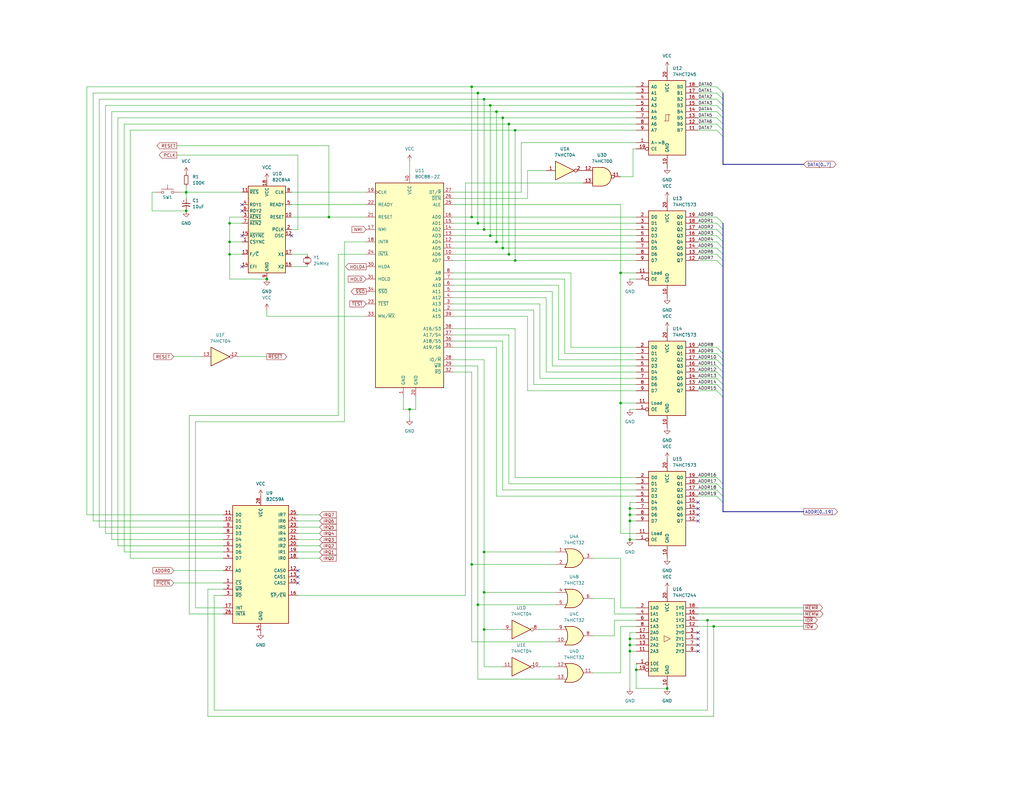
<source format=kicad_sch>
(kicad_sch (version 20231120) (generator "eeschema") (generator_version "8.0")
  (paper "User" 419.1 323.85)
  (title_block (title "8088 Breadboard Computer") (date "2024-11-13") (rev "A") (company "St. Lawrence University") (comment 1 "Author: Kevin Angstadt"))
  (junction (at 257.81 266.7))
  (junction (at 193.04 88.9))
  (junction (at 195.58 38.1))
  (junction (at 257.81 208.28))
  (junction (at 292.1 256.54))
  (junction (at 195.58 247.65))
  (junction (at 198.12 93.98))
  (junction (at 193.04 231.14))
  (junction (at 257.81 210.82))
  (junction (at 257.81 264.16))
  (junction (at 200.66 43.18))
  (junction (at 257.81 261.62))
  (junction (at 208.28 50.8))
  (junction (at 203.2 45.72))
  (junction (at 273.05 281.94))
  (junction (at 208.28 104.14))
  (junction (at 254 165.1))
  (junction (at 200.66 96.52))
  (junction (at 257.81 220.98))
  (junction (at 205.74 101.6))
  (junction (at 109.22 114.3))
  (junction (at 193.04 35.56))
  (junction (at 198.12 40.64))
  (junction (at 93.98 91.44))
  (junction (at 205.74 48.26))
  (junction (at 289.56 254))
  (junction (at 210.82 106.68))
  (junction (at 76.2 86.36))
  (junction (at 198.12 257.81))
  (junction (at 76.2 78.74))
  (junction (at 210.82 53.34))
  (junction (at 203.2 99.06))
  (junction (at 195.58 91.44))
  (junction (at 93.98 104.14))
  (junction (at 257.81 213.36))
  (junction (at 198.12 226.06))
  (junction (at 167.64 167.64))
  (junction (at 198.12 242.57))
  (junction (at 260.35 274.32))
  (junction (at 93.98 99.06))
  (junction (at 254 111.76))
  (junction (at 134.62 88.9))
  (no_connect (at 285.75 208.28))
  (no_connect (at 121.92 233.68))
  (no_connect (at 99.06 83.82))
  (no_connect (at 99.06 96.52))
  (no_connect (at 285.75 210.82))
  (no_connect (at 121.92 238.76))
  (no_connect (at 99.06 86.36))
  (no_connect (at 285.75 261.62))
  (no_connect (at 99.06 109.22))
  (no_connect (at 121.92 236.22))
  (no_connect (at 285.75 205.74))
  (no_connect (at 285.75 264.16))
  (no_connect (at 285.75 266.7))
  (no_connect (at 285.75 259.08))
  (no_connect (at 119.38 96.52))
  (no_connect (at 285.75 213.36))
  (bus_entry (at 295.91 45.72) (size -2.54 -2.54))
  (bus_entry (at 295.91 144.78) (size -2.54 -2.54))
  (bus_entry (at 295.91 162.56) (size -2.54 -2.54))
  (bus_entry (at 293.37 106.68) (size 2.54 2.54))
  (bus_entry (at 293.37 200.66) (size 2.54 2.54))
  (bus_entry (at 293.37 96.52) (size 2.54 2.54))
  (bus_entry (at 295.91 55.88) (size -2.54 -2.54))
  (bus_entry (at 295.91 40.64) (size -2.54 -2.54))
  (bus_entry (at 295.91 50.8) (size -2.54 -2.54))
  (bus_entry (at 295.91 147.32) (size -2.54 -2.54))
  (bus_entry (at 295.91 160.02) (size -2.54 -2.54))
  (bus_entry (at 295.91 53.34) (size -2.54 -2.54))
  (bus_entry (at 293.37 88.9) (size 2.54 2.54))
  (bus_entry (at 295.91 157.48) (size -2.54 -2.54))
  (bus_entry (at 295.91 38.1) (size -2.54 -2.54))
  (bus_entry (at 293.37 203.2) (size 2.54 2.54))
  (bus_entry (at 293.37 104.14) (size 2.54 2.54))
  (bus_entry (at 293.37 91.44) (size 2.54 2.54))
  (bus_entry (at 293.37 195.58) (size 2.54 2.54))
  (bus_entry (at 295.91 149.86) (size -2.54 -2.54))
  (bus_entry (at 293.37 198.12) (size 2.54 2.54))
  (bus_entry (at 295.91 43.18) (size -2.54 -2.54))
  (bus_entry (at 295.91 48.26) (size -2.54 -2.54))
  (bus_entry (at 293.37 93.98) (size 2.54 2.54))
  (bus_entry (at 295.91 152.4) (size -2.54 -2.54))
  (bus_entry (at 295.91 154.94) (size -2.54 -2.54))
  (bus_entry (at 293.37 101.6) (size 2.54 2.54))
  (bus_entry (at 293.37 99.06) (size 2.54 2.54))
  (wire (pts (xy 185.42 116.84) (xy 228.6 116.84)))
  (wire (pts (xy 200.66 43.18) (xy 200.66 96.52)))
  (wire (pts (xy 85.09 293.37) (xy 292.1 293.37)))
  (bus (pts (xy 295.91 101.6) (xy 295.91 104.14)))
  (wire (pts (xy 119.38 88.9) (xy 134.62 88.9)))
  (wire (pts (xy 170.18 162.56) (xy 170.18 167.64)))
  (wire (pts (xy 227.33 278.13) (xy 195.58 278.13)))
  (wire (pts (xy 254 72.39) (xy 259.08 72.39)))
  (wire (pts (xy 91.44 215.9) (xy 40.64 215.9)))
  (wire (pts (xy 149.86 104.14) (xy 138.43 104.14)))
  (wire (pts (xy 40.64 40.64) (xy 198.12 40.64)))
  (wire (pts (xy 53.34 228.6) (xy 53.34 53.34)))
  (wire (pts (xy 257.81 208.28) (xy 257.81 205.74)))
  (wire (pts (xy 205.74 101.6) (xy 260.35 101.6)))
  (wire (pts (xy 72.39 63.5) (xy 121.92 63.5)))
  (wire (pts (xy 93.98 91.44) (xy 93.98 99.06)))
  (wire (pts (xy 257.81 266.7) (xy 257.81 264.16)))
  (wire (pts (xy 285.75 48.26) (xy 293.37 48.26)))
  (wire (pts (xy 45.72 220.98) (xy 45.72 45.72)))
  (wire (pts (xy 193.04 231.14) (xy 227.33 231.14)))
  (wire (pts (xy 289.56 290.83) (xy 289.56 254)))
  (wire (pts (xy 185.42 81.28) (xy 215.9 81.28)))
  (wire (pts (xy 260.35 281.94) (xy 273.05 281.94)))
  (wire (pts (xy 193.04 262.89) (xy 227.33 262.89)))
  (wire (pts (xy 140.97 99.06) (xy 140.97 172.72)))
  (wire (pts (xy 35.56 35.56) (xy 193.04 35.56)))
  (wire (pts (xy 119.38 104.14) (xy 125.73 104.14)))
  (wire (pts (xy 185.42 106.68) (xy 210.82 106.68)))
  (wire (pts (xy 43.18 43.18) (xy 200.66 43.18)))
  (wire (pts (xy 210.82 53.34) (xy 210.82 106.68)))
  (wire (pts (xy 257.81 261.62) (xy 257.81 259.08)))
  (wire (pts (xy 257.81 210.82) (xy 257.81 213.36)))
  (wire (pts (xy 260.35 274.32) (xy 260.35 281.94)))
  (wire (pts (xy 220.98 273.05) (xy 227.33 273.05)))
  (wire (pts (xy 285.75 88.9) (xy 293.37 88.9)))
  (wire (pts (xy 231.14 114.3) (xy 185.42 114.3)))
  (wire (pts (xy 138.43 104.14) (xy 138.43 170.18)))
  (bus (pts (xy 295.91 40.64) (xy 295.91 43.18)))
  (wire (pts (xy 260.35 248.92) (xy 254 248.92)))
  (wire (pts (xy 285.75 154.94) (xy 293.37 154.94)))
  (wire (pts (xy 87.63 290.83) (xy 289.56 290.83)))
  (wire (pts (xy 257.81 264.16) (xy 257.81 261.62)))
  (wire (pts (xy 167.64 66.04) (xy 167.64 71.12)))
  (wire (pts (xy 48.26 223.52) (xy 48.26 48.26)))
  (wire (pts (xy 285.75 93.98) (xy 293.37 93.98)))
  (wire (pts (xy 109.22 129.54) (xy 109.22 127)))
  (wire (pts (xy 53.34 53.34) (xy 210.82 53.34)))
  (wire (pts (xy 76.2 76.2) (xy 76.2 78.74)))
  (wire (pts (xy 203.2 203.2) (xy 260.35 203.2)))
  (bus (pts (xy 295.91 109.22) (xy 295.91 144.78)))
  (wire (pts (xy 285.75 96.52) (xy 293.37 96.52)))
  (wire (pts (xy 254 111.76) (xy 254 165.1)))
  (wire (pts (xy 45.72 45.72) (xy 203.2 45.72)))
  (wire (pts (xy 198.12 147.32) (xy 198.12 226.06)))
  (bus (pts (xy 295.91 147.32) (xy 295.91 149.86)))
  (wire (pts (xy 257.81 281.94) (xy 257.81 266.7)))
  (wire (pts (xy 185.42 124.46) (xy 220.98 124.46)))
  (wire (pts (xy 260.35 50.8) (xy 208.28 50.8)))
  (wire (pts (xy 260.35 271.78) (xy 260.35 274.32)))
  (wire (pts (xy 254 165.1) (xy 260.35 165.1)))
  (bus (pts (xy 295.91 93.98) (xy 295.91 96.52)))
  (wire (pts (xy 260.35 157.48) (xy 218.44 157.48)))
  (wire (pts (xy 72.39 59.69) (xy 134.62 59.69)))
  (wire (pts (xy 193.04 152.4) (xy 193.04 231.14)))
  (wire (pts (xy 91.44 226.06) (xy 50.8 226.06)))
  (wire (pts (xy 285.75 200.66) (xy 293.37 200.66)))
  (wire (pts (xy 260.35 40.64) (xy 198.12 40.64)))
  (wire (pts (xy 260.35 149.86) (xy 226.06 149.86)))
  (wire (pts (xy 198.12 257.81) (xy 205.74 257.81)))
  (wire (pts (xy 215.9 160.02) (xy 260.35 160.02)))
  (wire (pts (xy 185.42 101.6) (xy 205.74 101.6)))
  (wire (pts (xy 285.75 43.18) (xy 293.37 43.18)))
  (bus (pts (xy 295.91 154.94) (xy 295.91 157.48)))
  (wire (pts (xy 119.38 109.22) (xy 125.73 109.22)))
  (wire (pts (xy 140.97 172.72) (xy 80.01 172.72)))
  (wire (pts (xy 185.42 134.62) (xy 210.82 134.62)))
  (bus (pts (xy 295.91 43.18) (xy 295.91 45.72)))
  (wire (pts (xy 203.2 203.2) (xy 203.2 142.24)))
  (wire (pts (xy 91.44 241.3) (xy 85.09 241.3)))
  (wire (pts (xy 130.81 223.52) (xy 121.92 223.52)))
  (bus (pts (xy 295.91 104.14) (xy 295.91 106.68)))
  (wire (pts (xy 185.42 93.98) (xy 198.12 93.98)))
  (wire (pts (xy 251.46 251.46) (xy 260.35 251.46)))
  (wire (pts (xy 213.36 78.74) (xy 185.42 78.74)))
  (wire (pts (xy 48.26 48.26) (xy 205.74 48.26)))
  (wire (pts (xy 200.66 96.52) (xy 260.35 96.52)))
  (wire (pts (xy 193.04 231.14) (xy 193.04 262.89)))
  (wire (pts (xy 76.2 78.74) (xy 76.2 81.28)))
  (wire (pts (xy 185.42 83.82) (xy 254 83.82)))
  (wire (pts (xy 121.92 93.98) (xy 119.38 93.98)))
  (wire (pts (xy 121.92 243.84) (xy 190.5 243.84)))
  (wire (pts (xy 208.28 198.12) (xy 260.35 198.12)))
  (bus (pts (xy 295.91 50.8) (xy 295.91 53.34)))
  (bus (pts (xy 295.91 45.72) (xy 295.91 48.26)))
  (wire (pts (xy 130.81 213.36) (xy 121.92 213.36)))
  (wire (pts (xy 285.75 104.14) (xy 293.37 104.14)))
  (wire (pts (xy 257.81 213.36) (xy 257.81 220.98)))
  (wire (pts (xy 121.92 63.5) (xy 121.92 93.98)))
  (wire (pts (xy 228.6 116.84) (xy 228.6 147.32)))
  (bus (pts (xy 295.91 67.31) (xy 295.91 55.88)))
  (wire (pts (xy 93.98 91.44) (xy 99.06 91.44)))
  (wire (pts (xy 328.93 254) (xy 289.56 254)))
  (wire (pts (xy 93.98 114.3) (xy 109.22 114.3)))
  (wire (pts (xy 210.82 106.68) (xy 260.35 106.68)))
  (bus (pts (xy 295.91 209.55) (xy 295.91 205.74)))
  (bus (pts (xy 295.91 96.52) (xy 295.91 99.06)))
  (wire (pts (xy 242.57 260.35) (xy 251.46 260.35)))
  (wire (pts (xy 130.81 218.44) (xy 121.92 218.44)))
  (bus (pts (xy 295.91 198.12) (xy 295.91 200.66)))
  (wire (pts (xy 134.62 88.9) (xy 149.86 88.9)))
  (wire (pts (xy 254 165.1) (xy 254 218.44)))
  (wire (pts (xy 233.68 111.76) (xy 233.68 142.24)))
  (wire (pts (xy 285.75 50.8) (xy 293.37 50.8)))
  (wire (pts (xy 220.98 124.46) (xy 220.98 154.94)))
  (wire (pts (xy 38.1 213.36) (xy 38.1 38.1)))
  (wire (pts (xy 208.28 104.14) (xy 260.35 104.14)))
  (bus (pts (xy 295.91 53.34) (xy 295.91 55.88)))
  (bus (pts (xy 295.91 200.66) (xy 295.91 203.2)))
  (bus (pts (xy 295.91 149.86) (xy 295.91 152.4)))
  (bus (pts (xy 295.91 162.56) (xy 295.91 198.12)))
  (wire (pts (xy 167.64 171.45) (xy 167.64 167.64)))
  (wire (pts (xy 260.35 48.26) (xy 205.74 48.26)))
  (bus (pts (xy 295.91 144.78) (xy 295.91 147.32)))
  (wire (pts (xy 195.58 247.65) (xy 227.33 247.65)))
  (wire (pts (xy 242.57 228.6) (xy 254 228.6)))
  (wire (pts (xy 218.44 157.48) (xy 218.44 127)))
  (bus (pts (xy 295.91 48.26) (xy 295.91 50.8)))
  (wire (pts (xy 185.42 91.44) (xy 195.58 91.44)))
  (wire (pts (xy 167.64 167.64) (xy 165.1 167.64)))
  (wire (pts (xy 260.35 35.56) (xy 193.04 35.56)))
  (wire (pts (xy 185.42 88.9) (xy 193.04 88.9)))
  (wire (pts (xy 130.81 226.06) (xy 121.92 226.06)))
  (wire (pts (xy 195.58 91.44) (xy 260.35 91.44)))
  (bus (pts (xy 295.91 152.4) (xy 295.91 154.94)))
  (wire (pts (xy 285.75 147.32) (xy 293.37 147.32)))
  (wire (pts (xy 87.63 243.84) (xy 87.63 290.83)))
  (wire (pts (xy 43.18 43.18) (xy 43.18 218.44)))
  (wire (pts (xy 99.06 104.14) (xy 93.98 104.14)))
  (wire (pts (xy 138.43 170.18) (xy 77.47 170.18)))
  (wire (pts (xy 130.81 210.82) (xy 121.92 210.82)))
  (wire (pts (xy 220.98 257.81) (xy 227.33 257.81)))
  (wire (pts (xy 62.23 78.74) (xy 62.23 86.36)))
  (wire (pts (xy 292.1 256.54) (xy 285.75 256.54)))
  (wire (pts (xy 285.75 35.56) (xy 293.37 35.56)))
  (bus (pts (xy 328.93 209.55) (xy 295.91 209.55)))
  (wire (pts (xy 285.75 198.12) (xy 293.37 198.12)))
  (wire (pts (xy 285.75 99.06) (xy 293.37 99.06)))
  (wire (pts (xy 119.38 83.82) (xy 149.86 83.82)))
  (bus (pts (xy 295.91 106.68) (xy 295.91 109.22)))
  (wire (pts (xy 185.42 139.7) (xy 205.74 139.7)))
  (wire (pts (xy 260.35 205.74) (xy 257.81 205.74)))
  (wire (pts (xy 198.12 40.64) (xy 198.12 93.98)))
  (wire (pts (xy 185.42 99.06) (xy 203.2 99.06)))
  (wire (pts (xy 257.81 210.82) (xy 257.81 208.28)))
  (wire (pts (xy 109.22 146.05) (xy 97.79 146.05)))
  (wire (pts (xy 185.42 111.76) (xy 233.68 111.76)))
  (wire (pts (xy 223.52 69.85) (xy 215.9 69.85)))
  (wire (pts (xy 242.57 275.59) (xy 254 275.59)))
  (wire (pts (xy 195.58 149.86) (xy 195.58 247.65)))
  (wire (pts (xy 50.8 226.06) (xy 50.8 50.8)))
  (wire (pts (xy 165.1 167.64) (xy 165.1 162.56)))
  (wire (pts (xy 226.06 149.86) (xy 226.06 119.38)))
  (wire (pts (xy 260.35 144.78) (xy 231.14 144.78)))
  (wire (pts (xy 185.42 149.86) (xy 195.58 149.86)))
  (wire (pts (xy 328.93 256.54) (xy 292.1 256.54)))
  (wire (pts (xy 233.68 142.24) (xy 260.35 142.24)))
  (wire (pts (xy 328.93 248.92) (xy 285.75 248.92)))
  (wire (pts (xy 285.75 142.24) (xy 293.37 142.24)))
  (wire (pts (xy 190.5 243.84) (xy 190.5 74.93)))
  (wire (pts (xy 185.42 137.16) (xy 208.28 137.16)))
  (wire (pts (xy 285.75 40.64) (xy 293.37 40.64)))
  (wire (pts (xy 257.81 210.82) (xy 260.35 210.82)))
  (wire (pts (xy 99.06 88.9) (xy 93.98 88.9)))
  (wire (pts (xy 260.35 45.72) (xy 203.2 45.72)))
  (wire (pts (xy 190.5 74.93) (xy 238.76 74.93)))
  (wire (pts (xy 91.44 220.98) (xy 45.72 220.98)))
  (wire (pts (xy 185.42 152.4) (xy 193.04 152.4)))
  (wire (pts (xy 149.86 99.06) (xy 140.97 99.06)))
  (wire (pts (xy 328.93 251.46) (xy 285.75 251.46)))
  (wire (pts (xy 149.86 129.54) (xy 109.22 129.54)))
  (wire (pts (xy 63.5 78.74) (xy 62.23 78.74)))
  (wire (pts (xy 259.08 60.96) (xy 260.35 60.96)))
  (wire (pts (xy 251.46 245.11) (xy 251.46 251.46)))
  (wire (pts (xy 77.47 170.18) (xy 77.47 251.46)))
  (wire (pts (xy 220.98 154.94) (xy 260.35 154.94)))
  (wire (pts (xy 205.74 139.7) (xy 205.74 200.66)))
  (wire (pts (xy 254 275.59) (xy 254 256.54)))
  (wire (pts (xy 195.58 38.1) (xy 195.58 91.44)))
  (wire (pts (xy 195.58 278.13) (xy 195.58 247.65)))
  (wire (pts (xy 260.35 53.34) (xy 210.82 53.34)))
  (wire (pts (xy 208.28 50.8) (xy 208.28 104.14)))
  (wire (pts (xy 71.12 238.76) (xy 91.44 238.76)))
  (wire (pts (xy 292.1 293.37) (xy 292.1 256.54)))
  (wire (pts (xy 285.75 91.44) (xy 293.37 91.44)))
  (wire (pts (xy 254 256.54) (xy 260.35 256.54)))
  (wire (pts (xy 285.75 45.72) (xy 293.37 45.72)))
  (wire (pts (xy 285.75 203.2) (xy 293.37 203.2)))
  (wire (pts (xy 259.08 72.39) (xy 259.08 60.96)))
  (wire (pts (xy 35.56 210.82) (xy 35.56 35.56)))
  (wire (pts (xy 198.12 242.57) (xy 227.33 242.57)))
  (bus (pts (xy 295.91 157.48) (xy 295.91 160.02)))
  (wire (pts (xy 289.56 254) (xy 285.75 254)))
  (wire (pts (xy 242.57 245.11) (xy 251.46 245.11)))
  (wire (pts (xy 91.44 218.44) (xy 43.18 218.44)))
  (wire (pts (xy 285.75 53.34) (xy 293.37 53.34)))
  (wire (pts (xy 226.06 119.38) (xy 185.42 119.38)))
  (wire (pts (xy 205.74 273.05) (xy 198.12 273.05)))
  (wire (pts (xy 134.62 59.69) (xy 134.62 88.9)))
  (wire (pts (xy 213.36 58.42) (xy 213.36 78.74)))
  (wire (pts (xy 260.35 254) (xy 251.46 254)))
  (wire (pts (xy 40.64 215.9) (xy 40.64 40.64)))
  (wire (pts (xy 260.35 220.98) (xy 257.81 220.98)))
  (wire (pts (xy 130.81 215.9) (xy 121.92 215.9)))
  (wire (pts (xy 293.37 160.02) (xy 285.75 160.02)))
  (wire (pts (xy 285.75 157.48) (xy 293.37 157.48)))
  (wire (pts (xy 50.8 50.8) (xy 208.28 50.8)))
  (wire (pts (xy 38.1 38.1) (xy 195.58 38.1)))
  (wire (pts (xy 99.06 78.74) (xy 76.2 78.74)))
  (wire (pts (xy 185.42 104.14) (xy 208.28 104.14)))
  (wire (pts (xy 193.04 35.56) (xy 193.04 88.9)))
  (wire (pts (xy 185.42 96.52) (xy 200.66 96.52)))
  (wire (pts (xy 93.98 88.9) (xy 93.98 91.44)))
  (wire (pts (xy 198.12 273.05) (xy 198.12 257.81)))
  (wire (pts (xy 257.81 264.16) (xy 260.35 264.16)))
  (wire (pts (xy 198.12 93.98) (xy 260.35 93.98)))
  (bus (pts (xy 328.93 67.31) (xy 295.91 67.31)))
  (wire (pts (xy 257.81 261.62) (xy 260.35 261.62)))
  (wire (pts (xy 91.44 223.52) (xy 48.26 223.52)))
  (wire (pts (xy 251.46 254) (xy 251.46 260.35)))
  (wire (pts (xy 223.52 152.4) (xy 260.35 152.4)))
  (wire (pts (xy 195.58 38.1) (xy 260.35 38.1)))
  (wire (pts (xy 91.44 213.36) (xy 38.1 213.36)))
  (wire (pts (xy 285.75 195.58) (xy 293.37 195.58)))
  (wire (pts (xy 213.36 58.42) (xy 260.35 58.42)))
  (wire (pts (xy 205.74 48.26) (xy 205.74 101.6)))
  (wire (pts (xy 130.81 220.98) (xy 121.92 220.98)))
  (wire (pts (xy 77.47 251.46) (xy 91.44 251.46)))
  (wire (pts (xy 254 83.82) (xy 254 111.76)))
  (wire (pts (xy 218.44 127) (xy 185.42 127)))
  (wire (pts (xy 198.12 226.06) (xy 198.12 242.57)))
  (wire (pts (xy 80.01 172.72) (xy 80.01 248.92)))
  (wire (pts (xy 285.75 101.6) (xy 293.37 101.6)))
  (wire (pts (xy 203.2 99.06) (xy 260.35 99.06)))
  (wire (pts (xy 254 111.76) (xy 260.35 111.76)))
  (wire (pts (xy 285.75 144.78) (xy 293.37 144.78)))
  (wire (pts (xy 285.75 38.1) (xy 293.37 38.1)))
  (wire (pts (xy 254 248.92) (xy 254 228.6)))
  (wire (pts (xy 285.75 106.68) (xy 293.37 106.68)))
  (wire (pts (xy 73.66 78.74) (xy 76.2 78.74)))
  (wire (pts (xy 93.98 104.14) (xy 93.98 114.3)))
  (wire (pts (xy 185.42 142.24) (xy 203.2 142.24)))
  (wire (pts (xy 254 218.44) (xy 260.35 218.44)))
  (wire (pts (xy 208.28 137.16) (xy 208.28 198.12)))
  (bus (pts (xy 295.91 160.02) (xy 295.91 162.56)))
  (wire (pts (xy 260.35 167.64) (xy 257.81 167.64)))
  (wire (pts (xy 99.06 99.06) (xy 93.98 99.06)))
  (wire (pts (xy 257.81 259.08) (xy 260.35 259.08)))
  (wire (pts (xy 285.75 152.4) (xy 293.37 152.4)))
  (wire (pts (xy 185.42 147.32) (xy 198.12 147.32)))
  (wire (pts (xy 71.12 146.05) (xy 82.55 146.05)))
  (wire (pts (xy 198.12 242.57) (xy 198.12 257.81)))
  (wire (pts (xy 62.23 86.36) (xy 76.2 86.36)))
  (wire (pts (xy 260.35 43.18) (xy 200.66 43.18)))
  (wire (pts (xy 223.52 121.92) (xy 223.52 152.4)))
  (wire (pts (xy 205.74 200.66) (xy 260.35 200.66)))
  (wire (pts (xy 130.81 228.6) (xy 121.92 228.6)))
  (wire (pts (xy 71.12 233.68) (xy 91.44 233.68)))
  (wire (pts (xy 210.82 195.58) (xy 210.82 134.62)))
  (wire (pts (xy 91.44 243.84) (xy 87.63 243.84)))
  (wire (pts (xy 203.2 45.72) (xy 203.2 99.06)))
  (wire (pts (xy 260.35 114.3) (xy 257.81 114.3)))
  (wire (pts (xy 91.44 228.6) (xy 53.34 228.6)))
  (wire (pts (xy 215.9 129.54) (xy 215.9 160.02)))
  (wire (pts (xy 257.81 266.7) (xy 260.35 266.7)))
  (wire (pts (xy 93.98 99.06) (xy 93.98 104.14)))
  (bus (pts (xy 295.91 91.44) (xy 295.91 93.98)))
  (bus (pts (xy 295.91 99.06) (xy 295.91 101.6)))
  (wire (pts (xy 198.12 226.06) (xy 227.33 226.06)))
  (wire (pts (xy 91.44 210.82) (xy 35.56 210.82)))
  (wire (pts (xy 80.01 248.92) (xy 91.44 248.92)))
  (wire (pts (xy 193.04 88.9) (xy 260.35 88.9)))
  (wire (pts (xy 257.81 213.36) (xy 260.35 213.36)))
  (wire (pts (xy 285.75 149.86) (xy 293.37 149.86)))
  (wire (pts (xy 85.09 241.3) (xy 85.09 293.37)))
  (bus (pts (xy 295.91 203.2) (xy 295.91 205.74)))
  (bus (pts (xy 295.91 38.1) (xy 295.91 40.64)))
  (wire (pts (xy 170.18 167.64) (xy 167.64 167.64)))
  (wire (pts (xy 185.42 121.92) (xy 223.52 121.92)))
  (wire (pts (xy 228.6 147.32) (xy 260.35 147.32)))
  (wire (pts (xy 257.81 208.28) (xy 260.35 208.28)))
  (wire (pts (xy 185.42 129.54) (xy 215.9 129.54)))
  (wire (pts (xy 231.14 144.78) (xy 231.14 114.3)))
  (wire (pts (xy 119.38 78.74) (xy 149.86 78.74)))
  (wire (pts (xy 215.9 69.85) (xy 215.9 81.28)))
  (wire (pts (xy 210.82 195.58) (xy 260.35 195.58)))
  (label "DATA1" (at 285.75 38.1 0))
  (label "DATA5" (at 285.75 48.26 0))
  (label "ADDR15" (at 285.75 160.02 0))
  (label "ADDR7" (at 285.75 106.68 0))
  (label "ADDR4" (at 285.75 99.06 0))
  (label "ADDR11" (at 285.75 149.86 0))
  (label "DATA0" (at 285.75 35.56 0))
  (label "DATA3" (at 285.75 43.18 0))
  (label "ADDR12" (at 285.75 152.4 0))
  (label "ADDR9" (at 285.75 144.78 0))
  (label "ADDR1" (at 285.75 91.44 0))
  (label "DATA2" (at 285.75 40.64 0))
  (label "ADDR10" (at 285.75 147.32 0))
  (label "ADDR8" (at 285.75 142.24 0))
  (label "ADDR14" (at 285.75 157.48 0))
  (label "ADDR16" (at 285.75 195.58 0))
  (label "DATA7" (at 285.75 53.34 0))
  (label "ADDR19" (at 285.75 203.2 0))
  (label "ADDR18" (at 285.75 200.66 0))
  (label "ADDR6" (at 285.75 104.14 0))
  (label "DATA6" (at 285.75 50.8 0))
  (label "ADDR17" (at 285.75 198.12 0))
  (label "DATA4" (at 285.75 45.72 0))
  (label "ADDR2" (at 285.75 93.98 0))
  (label "ADDR5" (at 285.75 101.6 0))
  (label "ADDR3" (at 285.75 96.52 0))
  (label "ADDR13" (at 285.75 154.94 0))
  (label "ADDR0" (at 285.75 88.9 0))
  (global_label "RESET" (shape output) (at 72.39 59.69 180) (property "Intersheetrefs" "${INTERSHEET_REFS}" (effects (hide yes))))
  (global_label "IRQ6" (shape input) (at 130.81 213.36 0) (property "Intersheetrefs" "${INTERSHEET_REFS}" (effects (hide yes))))
  (global_label "IRQ3" (shape input) (at 130.81 220.98 0) (property "Intersheetrefs" "${INTERSHEET_REFS}" (effects (hide yes))))
  (global_label "IRQ4" (shape input) (at 130.81 218.44 0) (property "Intersheetrefs" "${INTERSHEET_REFS}" (effects (hide yes))))
  (global_label "HOLD" (shape input) (at 149.86 114.3 180) (property "Intersheetrefs" "${INTERSHEET_REFS}" (effects (hide yes))))
  (global_label "~{SSO}" (shape output) (at 149.86 119.38 180) (property "Intersheetrefs" "${INTERSHEET_REFS}" (effects (hide yes))))
  (global_label "IRQ5" (shape input) (at 130.81 215.9 0) (property "Intersheetrefs" "${INTERSHEET_REFS}" (effects (hide yes))))
  (global_label "~{MEMR}" (shape output) (at 328.93 248.92 0) (property "Intersheetrefs" "${INTERSHEET_REFS}" (effects (hide yes))))
  (global_label "PCLK" (shape output) (at 72.39 63.5 180) (property "Intersheetrefs" "${INTERSHEET_REFS}" (effects (hide yes))))
  (global_label "IRQ0" (shape input) (at 130.81 228.6 0) (property "Intersheetrefs" "${INTERSHEET_REFS}" (effects (hide yes))))
  (global_label "RESET" (shape input) (at 71.12 146.05 180) (property "Intersheetrefs" "${INTERSHEET_REFS}" (effects (hide yes))))
  (global_label "HOLDA" (shape output) (at 149.86 109.22 180) (property "Intersheetrefs" "${INTERSHEET_REFS}" (effects (hide yes))))
  (global_label "IRQ7" (shape input) (at 130.81 210.82 0) (property "Intersheetrefs" "${INTERSHEET_REFS}" (effects (hide yes))))
  (global_label "~{IOW}" (shape output) (at 328.93 256.54 0) (property "Intersheetrefs" "${INTERSHEET_REFS}" (effects (hide yes))))
  (global_label "ADDR[0..19]" (shape output) (at 328.93 209.55 0) (property "Intersheetrefs" "${INTERSHEET_REFS}" (effects (hide yes))))
  (global_label "IRQ1" (shape input) (at 130.81 226.06 0) (property "Intersheetrefs" "${INTERSHEET_REFS}" (effects (hide yes))))
  (global_label "~{PICEN}" (shape input) (at 71.12 238.76 180) (property "Intersheetrefs" "${INTERSHEET_REFS}" (effects (hide yes))))
  (global_label "~{MEMW}" (shape output) (at 328.93 251.46 0) (property "Intersheetrefs" "${INTERSHEET_REFS}" (effects (hide yes))))
  (global_label "~{RESET}" (shape output) (at 109.22 146.05 0) (property "Intersheetrefs" "${INTERSHEET_REFS}" (effects (hide yes))))
  (global_label "IRQ2" (shape input) (at 130.81 223.52 0) (property "Intersheetrefs" "${INTERSHEET_REFS}" (effects (hide yes))))
  (global_label "~{TEST}" (shape input) (at 149.86 124.46 180) (property "Intersheetrefs" "${INTERSHEET_REFS}" (effects (hide yes))))
  (global_label "ADDR0" (shape input) (at 71.12 233.68 180) (property "Intersheetrefs" "${INTERSHEET_REFS}" (effects (hide yes))))
  (global_label "~{IOR}" (shape output) (at 328.93 254 0) (property "Intersheetrefs" "${INTERSHEET_REFS}" (effects (hide yes))))
  (global_label "DATA[0..7]" (shape bidirectional) (at 328.93 67.31 0) (property "Intersheetrefs" "${INTERSHEET_REFS}" (effects (hide yes))))
  (global_label "NMI" (shape input) (at 149.86 93.98 180) (property "Intersheetrefs" "${INTERSHEET_REFS}" (effects (hide yes))))
  (symbol (lib_id "power:GND") (at 106.68 259.08 0) (unit 1)
    (property "Reference" "#PWR020" (effects (hide yes)))
    (property "Value" "GND" (at 106.68 264.16 0))
    (property "Description" "Power symbol creates a global label with name \"GND\" , ground" (effects (hide yes)))
  )
  (symbol (lib_id "8088_Library:74HCT32") (at 234.95 275.59 0) (unit 4)
    (property "Reference" "U4" (at 234.95 266.7 0))
    (property "Value" "74HCT32" (at 234.95 269.24 0))
    (property "Datasheet" "http://www.ti.com/lit/gpn/sn74LS32" (effects (hide yes)))
    (property "Description" "Quad 2-input OR" (effects (hide yes)))
  )
  (symbol (lib_id "power:GND") (at 167.64 171.45 0) (unit 1)
    (property "Reference" "#PWR025" (effects (hide yes)))
    (property "Value" "GND" (at 167.64 176.53 0))
    (property "Description" "Power symbol creates a global label with name \"GND\" , ground" (effects (hide yes)))
  )
  (symbol (lib_id "power:VCC") (at 273.05 241.3 0) (unit 1)
    (property "Reference" "#PWR038" (effects (hide yes)))
    (property "Value" "VCC" (at 273.05 236.22 0))
    (property "Description" "Power symbol creates a global label with name \"VCC\"" (effects (hide yes)))
  )
  (symbol (lib_id "power:VCC") (at 273.05 187.96 0) (unit 1)
    (property "Reference" "#PWR036" (effects (hide yes)))
    (property "Value" "VCC" (at 273.05 182.88 0))
    (property "Description" "Power symbol creates a global label with name \"VCC\"" (effects (hide yes)))
  )
  (symbol (lib_id "8088_Library:74HCT573") (at 273.05 154.94 0) (unit 1)
    (property "Reference" "U14" (at 275.2441 134.62 0) (effects (justify left)))
    (property "Value" "74HCT573" (at 275.2441 137.16 0) (effects (justify left)))
    (property "Footprint" "Package_DIP:DIP-20_W7.62mm_LongPads" (effects (hide yes)))
    (property "Datasheet" "https://www.ti.com/lit/ds/symlink/cd74hc573.pdf?ts=1731188017375&ref_url=https%253A%252F%252Fnl.mouser.com%252F" (effects (hide yes)))
    (property "Description" "8-bit Latch 3-state outputs" (effects (hide yes)))
  )
  (symbol (lib_id "power:GND") (at 257.81 281.94 0) (unit 1)
    (property "Reference" "#PWR029" (effects (hide yes)))
    (property "Value" "GND" (at 257.81 287.02 0))
    (property "Description" "Power symbol creates a global label with name \"GND\" , ground" (effects (hide yes)))
  )
  (symbol (lib_id "power:VCC") (at 76.2 71.12 0) (unit 1)
    (property "Reference" "#PWR017" (effects (hide yes)))
    (property "Value" "VCC" (at 76.2 66.04 0))
    (property "Description" "Power symbol creates a global label with name \"VCC\"" (effects (hide yes)))
  )
  (symbol (lib_id "power:VCC") (at 109.22 127 0) (unit 1)
    (property "Reference" "#PWR023" (effects (hide yes)))
    (property "Value" "VCC" (at 109.22 121.92 0))
    (property "Description" "Power symbol creates a global label with name \"VCC\"" (effects (hide yes)))
  )
  (symbol (lib_id "power:VCC") (at 273.05 81.28 0) (unit 1)
    (property "Reference" "#PWR032" (effects (hide yes)))
    (property "Value" "VCC" (at 273.05 76.2 0))
    (property "Description" "Power symbol creates a global label with name \"VCC\"" (effects (hide yes)))
  )
  (symbol (lib_id "Switch:SW_Push") (at 68.58 78.74 0) (unit 1)
    (property "Reference" "SW1" (at 68.58 80.772 0))
    (property "Value" "~" (at 68.58 81.28 0))
    (property "Description" "Push button switch, generic, two pins" (effects (hide yes)))
  )
  (symbol (lib_id "8088_Library:74HCT245") (at 273.05 48.26 0) (unit 1)
    (property "Reference" "U12" (at 275.2441 27.94 0) (effects (justify left)))
    (property "Value" "74HCT245" (at 275.2441 30.48 0) (effects (justify left)))
    (property "Footprint" "Package_DIP:DIP-20_W7.62mm_LongPads" (effects (hide yes)))
    (property "Datasheet" "https://www.ti.com/lit/ds/symlink/sn74hct245.pdf?ts=1731132569733&ref_url=https%253A%252F%252Fwww.mouser.at%252F" (effects (hide yes)))
    (property "Description" "Octal BUS Transceivers, 3-State outputs" (effects (hide yes)))
  )
  (symbol (lib_id "power:GND") (at 257.81 167.64 0) (unit 1)
    (property "Reference" "#PWR027" (effects (hide yes)))
    (property "Value" "GND" (at 257.81 172.72 0))
    (property "Description" "Power symbol creates a global label with name \"GND\" , ground" (effects (hide yes)))
  )
  (symbol (lib_id "8088_Library:74HCT32") (at 234.95 260.35 0) (unit 3)
    (property "Reference" "U4" (at 234.95 251.46 0))
    (property "Value" "74HCT32" (at 234.95 254 0))
    (property "Datasheet" "http://www.ti.com/lit/gpn/sn74LS32" (effects (hide yes)))
    (property "Description" "Quad 2-input OR" (effects (hide yes)))
  )
  (symbol (lib_id "8088_Library:74HCT573") (at 273.05 208.28 0) (unit 1)
    (property "Reference" "U15" (at 275.2441 187.96 0) (effects (justify left)))
    (property "Value" "74HCT573" (at 275.2441 190.5 0) (effects (justify left)))
    (property "Footprint" "Package_DIP:DIP-20_W7.62mm_LongPads" (effects (hide yes)))
    (property "Datasheet" "https://www.ti.com/lit/ds/symlink/cd74hc573.pdf?ts=1731188017375&ref_url=https%253A%252F%252Fnl.mouser.com%252F" (effects (hide yes)))
    (property "Description" "8-bit Latch 3-state outputs" (effects (hide yes)))
  )
  (symbol (lib_id "power:GND") (at 273.05 281.94 0) (unit 1)
    (property "Reference" "#PWR039" (effects (hide yes)))
    (property "Value" "GND" (at 273.05 287.02 0))
    (property "Description" "Power symbol creates a global label with name \"GND\" , ground" (effects (hide yes)))
  )
  (symbol (lib_id "power:GND") (at 109.22 114.3 0) (unit 1)
    (property "Reference" "#PWR022" (effects (hide yes)))
    (property "Value" "GND" (at 109.22 119.38 0))
    (property "Description" "Power symbol creates a global label with name \"GND\" , ground" (effects (hide yes)))
  )
  (symbol (lib_id "8088_Library:82C84A") (at 109.22 93.98 0) (unit 1)
    (property "Reference" "U10" (at 111.4141 71.12 0) (effects (justify left)))
    (property "Value" "82C84A" (at 111.4141 73.66 0) (effects (justify left)))
    (property "Footprint" "Package_DIP:DIP-18_W7.62mm_LongPads" (effects (hide yes)))
    (property "Datasheet" "https://www.renesas.com/en/document/dst/82c84a-datasheet?srsltid=AfmBOoonC2mLLPrG8yrLWifC4CSM3n2JPdo8dqL8MKR4rdxaM5Do0WlN" (effects (hide yes)))
    (property "Description" "Clock Generator and Driver for i8086/88 Microcontrollers, PDIP-18" (effects (hide yes)))
  )
  (symbol (lib_id "power:VCC") (at 109.22 73.66 0) (unit 1)
    (property "Reference" "#PWR021" (effects (hide yes)))
    (property "Value" "VCC" (at 109.22 68.58 0))
    (property "Description" "Power symbol creates a global label with name \"VCC\"" (effects (hide yes)))
  )
  (symbol (lib_id "power:GND") (at 76.2 86.36 0) (unit 1)
    (property "Reference" "#PWR018" (effects (hide yes)))
    (property "Value" "GND" (at 76.2 91.44 0))
    (property "Description" "Power symbol creates a global label with name \"GND\" , ground" (effects (hide yes)))
  )
  (symbol (lib_id "8088_Library:82C59A") (at 106.68 231.14 0) (unit 1)
    (property "Reference" "U9" (at 108.8741 201.93 0) (effects (justify left)))
    (property "Value" "82C59A" (at 108.8741 204.47 0) (effects (justify left)))
    (property "Footprint" "Package_DIP:DIP-28_W15.24mm" (effects (hide yes)))
    (property "Datasheet" "http://pdos.csail.mit.edu/6.828/2005/readings/hardware/8259A.pdf" (effects (hide yes)))
    (property "Description" "8259, Programmable Interrupt Controller, PDIP-28" (effects (hide yes)))
  )
  (symbol (lib_id "power:GND") (at 257.81 114.3 0) (unit 1)
    (property "Reference" "#PWR026" (effects (hide yes)))
    (property "Value" "GND" (at 257.81 119.38 0))
    (property "Description" "Power symbol creates a global label with name \"GND\" , ground" (effects (hide yes)))
  )
  (symbol (lib_id "power:GND") (at 273.05 121.92 0) (unit 1)
    (property "Reference" "#PWR033" (effects (hide yes)))
    (property "Value" "GND" (at 273.05 127 0))
    (property "Description" "Power symbol creates a global label with name \"GND\" , ground" (effects (hide yes)))
  )
  (symbol (lib_id "8088_Library:74HCT573") (at 273.05 101.6 0) (unit 1)
    (property "Reference" "U13" (at 275.2441 81.28 0) (effects (justify left)))
    (property "Value" "74HCT573" (at 275.2441 83.82 0) (effects (justify left)))
    (property "Footprint" "Package_DIP:DIP-20_W7.62mm_LongPads" (effects (hide yes)))
    (property "Datasheet" "https://www.ti.com/lit/ds/symlink/cd74hc573.pdf?ts=1731188017375&ref_url=https%253A%252F%252Fnl.mouser.com%252F" (effects (hide yes)))
    (property "Description" "8-bit Latch 3-state outputs" (effects (hide yes)))
  )
  (symbol (lib_id "74xx:74HCT00") (at 246.38 72.39 0) (unit 4)
    (property "Reference" "U3" (at 246.3717 63.5 0))
    (property "Value" "74HCT00" (at 246.3717 66.04 0))
    (property "Datasheet" "http://www.ti.com/lit/gpn/sn74hct00" (effects (hide yes)))
    (property "Description" "quad 2-input NAND gate" (effects (hide yes)))
  )
  (symbol (lib_id "Device:C_Polarized_Small_US") (at 76.2 83.82 0) (unit 1)
    (property "Reference" "C1" (at 78.74 82.1181 0) (effects (justify left)))
    (property "Value" "10uF" (at 78.74 84.6581 0) (effects (justify left)))
    (property "Description" "Polarized capacitor, small US symbol" (effects (hide yes)))
  )
  (symbol (lib_id "power:GND") (at 273.05 175.26 0) (unit 1)
    (property "Reference" "#PWR035" (effects (hide yes)))
    (property "Value" "GND" (at 273.05 180.34 0))
    (property "Description" "Power symbol creates a global label with name \"GND\" , ground" (effects (hide yes)))
  )
  (symbol (lib_id "power:VCC") (at 273.05 27.94 0) (unit 1)
    (property "Reference" "#PWR030" (effects (hide yes)))
    (property "Value" "VCC" (at 273.05 22.86 0))
    (property "Description" "Power symbol creates a global label with name \"VCC\"" (effects (hide yes)))
  )
  (symbol (lib_id "74xx:74HCT04") (at 213.36 273.05 0) (unit 5)
    (property "Reference" "U1" (at 213.36 264.16 0))
    (property "Value" "74HCT04" (at 213.36 266.7 0))
    (property "Datasheet" "https://assets.nexperia.com/documents/data-sheet/74HC_HCT04.pdf" (effects (hide yes)))
    (property "Description" "Hex Inverter" (effects (hide yes)))
  )
  (symbol (lib_id "8088_Library:74HCT32") (at 234.95 245.11 0) (unit 2)
    (property "Reference" "U4" (at 234.95 236.22 0))
    (property "Value" "74HCT32" (at 234.95 238.76 0))
    (property "Datasheet" "http://www.ti.com/lit/gpn/sn74LS32" (effects (hide yes)))
    (property "Description" "Quad 2-input OR" (effects (hide yes)))
  )
  (symbol (lib_id "8088_Library:80C88-2Z") (at 167.64 116.84 0) (unit 1)
    (property "Reference" "U11" (at 169.8341 69.85 0) (effects (justify left)))
    (property "Value" "80C88-2Z" (at 169.8341 72.39 0) (effects (justify left)))
    (property "Footprint" "Package_DIP:DIP-40_W15.24mm_LongPads" (effects (hide yes)))
    (property "Datasheet" "https://www.renesas.com/en/document/dst/80c88-datasheet?r=496436" (effects (hide yes)))
    (property "Description" "80C88 (minimum mode), 8-Bit HMOS Microprocessor, PDIP-40" (effects (hide yes)))
  )
  (symbol (lib_id "Device:R_Small") (at 76.2 73.66 0) (unit 1)
    (property "Reference" "R1" (at 78.74 72.3899 0) (effects (justify left)))
    (property "Value" "100K" (at 78.74 74.9299 0) (effects (justify left)))
    (property "Description" "Resistor, small symbol" (effects (hide yes)))
  )
  (symbol (lib_id "power:VCC") (at 273.05 134.62 0) (unit 1)
    (property "Reference" "#PWR034" (effects (hide yes)))
    (property "Value" "VCC" (at 273.05 129.54 0))
    (property "Description" "Power symbol creates a global label with name \"VCC\"" (effects (hide yes)))
  )
  (symbol (lib_id "power:GND") (at 273.05 228.6 0) (unit 1)
    (property "Reference" "#PWR037" (effects (hide yes)))
    (property "Value" "GND" (at 273.05 233.68 0))
    (property "Description" "Power symbol creates a global label with name \"GND\" , ground" (effects (hide yes)))
  )
  (symbol (lib_id "74xx:74HCT244") (at 273.05 261.62 0) (unit 1)
    (property "Reference" "U16" (at 275.2441 241.3 0) (effects (justify left)))
    (property "Value" "74HCT244" (at 275.2441 243.84 0) (effects (justify left)))
    (property "Datasheet" "https://assets.nexperia.com/documents/data-sheet/74HC_HCT244.pdf" (effects (hide yes)))
    (property "Description" "8-bit Buffer/Line Driver 3-state" (effects (hide yes)))
  )
  (symbol (lib_id "8088_Library:74HCT32") (at 234.95 228.6 0) (unit 1)
    (property "Reference" "U4" (at 234.95 219.71 0))
    (property "Value" "74HCT32" (at 234.95 222.25 0))
    (property "Datasheet" "http://www.ti.com/lit/gpn/sn74LS32" (effects (hide yes)))
    (property "Description" "Quad 2-input OR" (effects (hide yes)))
  )
  (symbol (lib_id "74xx:74HCT04") (at 231.14 69.85 0) (unit 1)
    (property "Reference" "U1" (at 231.14 60.96 0))
    (property "Value" "74HCT04" (at 231.14 63.5 0))
    (property "Datasheet" "https://assets.nexperia.com/documents/data-sheet/74HC_HCT04.pdf" (effects (hide yes)))
    (property "Description" "Hex Inverter" (effects (hide yes)))
  )
  (symbol (lib_id "74xx:74HCT04") (at 213.36 257.81 0) (unit 4)
    (property "Reference" "U1" (at 213.36 248.92 0))
    (property "Value" "74HCT04" (at 213.36 251.46 0))
    (property "Datasheet" "https://assets.nexperia.com/documents/data-sheet/74HC_HCT04.pdf" (effects (hide yes)))
    (property "Description" "Hex Inverter" (effects (hide yes)))
  )
  (symbol (lib_id "power:VCC") (at 106.68 203.2 0) (unit 1)
    (property "Reference" "#PWR019" (effects (hide yes)))
    (property "Value" "VCC" (at 106.68 198.12 0))
    (property "Description" "Power symbol creates a global label with name \"VCC\"" (effects (hide yes)))
  )
  (symbol (lib_id "power:GND") (at 257.81 220.98 0) (unit 1)
    (property "Reference" "#PWR028" (effects (hide yes)))
    (property "Value" "GND" (at 257.81 226.06 0))
    (property "Description" "Power symbol creates a global label with name \"GND\" , ground" (effects (hide yes)))
  )
  (symbol (lib_id "Device:Crystal_Small") (at 125.73 106.68 90) (unit 1)
    (property "Reference" "Y1" (at 128.27 105.4099 90) (effects (justify right)))
    (property "Value" "24MHz" (at 128.27 107.9499 90) (effects (justify right)))
    (property "Description" "Two pin crystal, small symbol" (effects (hide yes)))
  )
  (symbol (lib_id "power:GND") (at 273.05 68.58 0) (unit 1)
    (property "Reference" "#PWR031" (effects (hide yes)))
    (property "Value" "GND" (at 273.05 73.66 0))
    (property "Description" "Power symbol creates a global label with name \"GND\" , ground" (effects (hide yes)))
  )
  (symbol (lib_id "power:VCC") (at 167.64 66.04 0) (unit 1)
    (property "Reference" "#PWR024" (effects (hide yes)))
    (property "Value" "VCC" (at 167.64 60.96 0))
    (property "Description" "Power symbol creates a global label with name \"VCC\"" (effects (hide yes)))
  )
  (symbol (lib_id "74xx:74HCT04") (at 90.17 146.05 0) (unit 6)
    (property "Reference" "U1" (at 90.17 137.16 0))
    (property "Value" "74HCT04" (at 90.17 139.7 0))
    (property "Datasheet" "https://assets.nexperia.com/documents/data-sheet/74HC_HCT04.pdf" (effects (hide yes)))
    (property "Description" "Hex Inverter" (effects (hide yes)))
  )
)
</source>
